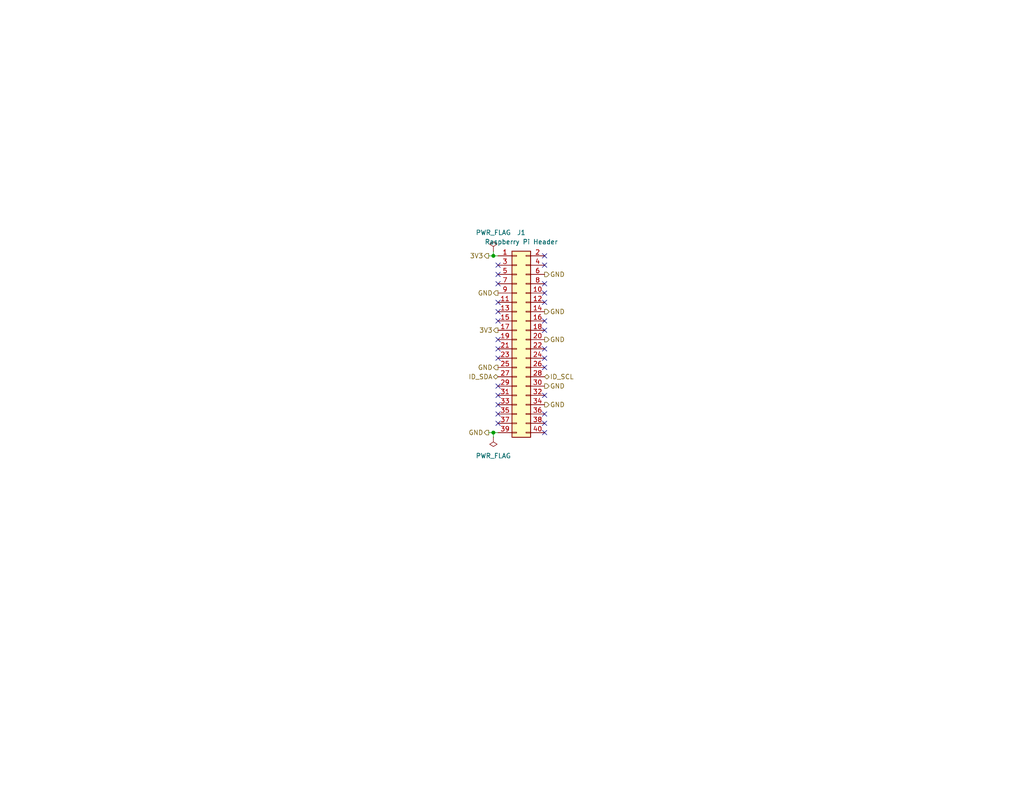
<source format=kicad_sch>
(kicad_sch (version 20250114) (generator "eeschema") (generator_version "9.0")
  (paper "A")
  (title_block (title "Raspberry Pi Header Setup") (date "2026-02-09") (rev "0"))
  (lib_symbols
    (symbol "Wsprry Pi µHAT+:Raspberry Pi Header" (pin_names (offset 1.016) (hide yes))
      (property "Reference" "J" (at 1.27 25.4 0))
      (property "Value" "Raspberry Pi Header" (at 1.27 -27.94 0))
      (symbol "Raspberry Pi Header_1_1"
        (rectangle (start -1.27 24.13) (end 3.81 -26.67) (stroke (width 0.254)) (fill (type background)))
        (rectangle (start -1.27 22.987) (end 0 22.733) (stroke (width 0.1524)))
        (rectangle (start -1.27 20.447) (end 0 20.193) (stroke (width 0.1524)))
        (rectangle (start -1.27 17.907) (end 0 17.653) (stroke (width 0.1524)))
        (rectangle (start -1.27 15.367) (end 0 15.113) (stroke (width 0.1524)))
        (rectangle (start -1.27 12.827) (end 0 12.573) (stroke (width 0.1524)))
        (rectangle (start -1.27 10.287) (end 0 10.033) (stroke (width 0.1524)))
        (rectangle (start -1.27 7.747) (end 0 7.493) (stroke (width 0.1524)))
        (rectangle (start -1.27 5.207) (end 0 4.953) (stroke (width 0.1524)))
        (rectangle (start -1.27 2.667) (end 0 2.413) (stroke (width 0.1524)))
        (rectangle (start -1.27 0.127) (end 0 -0.127) (stroke (width 0.1524)))
        (rectangle (start -1.27 -2.413) (end 0 -2.667) (stroke (width 0.1524)))
        (rectangle (start -1.27 -4.953) (end 0 -5.207) (stroke (width 0.1524)))
        (rectangle (start -1.27 -7.493) (end 0 -7.747) (stroke (width 0.1524)))
        (rectangle (start -1.27 -10.033) (end 0 -10.287) (stroke (width 0.1524)))
        (rectangle (start -1.27 -12.573) (end 0 -12.827) (stroke (width 0.1524)))
        (rectangle (start -1.27 -15.113) (end 0 -15.367) (stroke (width 0.1524)))
        (rectangle (start -1.27 -17.653) (end 0 -17.907) (stroke (width 0.1524)))
        (rectangle (start -1.27 -20.193) (end 0 -20.447) (stroke (width 0.1524)))
        (rectangle (start -1.27 -22.733) (end 0 -22.987) (stroke (width 0.1524)))
        (rectangle (start -1.27 -25.273) (end 0 -25.527) (stroke (width 0.1524)))
        (rectangle (start 3.81 22.987) (end 2.54 22.733) (stroke (width 0.1524)))
        (rectangle (start 3.81 20.447) (end 2.54 20.193) (stroke (width 0.1524)))
        (rectangle (start 3.81 17.907) (end 2.54 17.653) (stroke (width 0.1524)))
        (rectangle (start 3.81 15.367) (end 2.54 15.113) (stroke (width 0.1524)))
        (rectangle (start 3.81 12.827) (end 2.54 12.573) (stroke (width 0.1524)))
        (rectangle (start 3.81 10.287) (end 2.54 10.033) (stroke (width 0.1524)))
        (rectangle (start 3.81 7.747) (end 2.54 7.493) (stroke (width 0.1524)))
        (rectangle (start 3.81 5.207) (end 2.54 4.953) (stroke (width 0.1524)))
        (rectangle (start 3.81 2.667) (end 2.54 2.413) (stroke (width 0.1524)))
        (rectangle (start 3.81 0.127) (end 2.54 -0.127) (stroke (width 0.1524)))
        (rectangle (start 3.81 -2.413) (end 2.54 -2.667) (stroke (width 0.1524)))
        (rectangle (start 3.81 -4.953) (end 2.54 -5.207) (stroke (width 0.1524)))
        (rectangle (start 3.81 -7.493) (end 2.54 -7.747) (stroke (width 0.1524)))
        (rectangle (start 3.81 -10.033) (end 2.54 -10.287) (stroke (width 0.1524)))
        (rectangle (start 3.81 -12.573) (end 2.54 -12.827) (stroke (width 0.1524)))
        (rectangle (start 3.81 -15.113) (end 2.54 -15.367) (stroke (width 0.1524)))
        (rectangle (start 3.81 -17.653) (end 2.54 -17.907) (stroke (width 0.1524)))
        (rectangle (start 3.81 -20.193) (end 2.54 -20.447) (stroke (width 0.1524)))
        (rectangle (start 3.81 -22.733) (end 2.54 -22.987) (stroke (width 0.1524)))
        (rectangle (start 3.81 -25.273) (end 2.54 -25.527) (stroke (width 0.1524)))
        (pin passive line (at -5.08 22.86 0) (length 3.81) (name "3V3") (number "1"))
        (pin passive line (at -5.08 20.32 0) (length 3.81) (name "I2C1_SDA") (number "3"))
        (pin passive line (at -5.08 17.78 0) (length 3.81) (name "I2C1_SCL") (number "5"))
        (pin passive line (at -5.08 15.24 0) (length 3.81) (name "Pin_7") (number "7"))
        (pin passive line (at -5.08 12.7 0) (length 3.81) (name "GND") (number "9"))
        (pin passive line (at -5.08 10.16 0) (length 3.81) (name "GPIO17") (number "11"))
        (pin passive line (at -5.08 7.62 0) (length 3.81) (name "GPIO27") (number "13"))
        (pin passive line (at -5.08 5.08 0) (length 3.81) (name "GPIO22") (number "15"))
        (pin passive line (at -5.08 2.54 0) (length 3.81) (name "3V3") (number "17"))
        (pin passive line (at -5.08 0 0) (length 3.81) (name "GPIO10") (number "19"))
        (pin passive line (at -5.08 -2.54 0) (length 3.81) (name "GPIO9") (number "21"))
        (pin passive line (at -5.08 -5.08 0) (length 3.81) (name "GPIO11") (number "23"))
        (pin passive line (at -5.08 -7.62 0) (length 3.81) (name "GND") (number "25"))
        (pin passive line (at -5.08 -10.16 0) (length 3.81) (name "ID_SDA") (number "27"))
        (pin passive line (at -5.08 -12.7 0) (length 3.81) (name "GPIO5") (number "29"))
        (pin passive line (at -5.08 -15.24 0) (length 3.81) (name "GPIO6") (number "31"))
        (pin passive line (at -5.08 -17.78 0) (length 3.81) (name "GPIO13") (number "33"))
        (pin passive line (at -5.08 -20.32 0) (length 3.81) (name "GPIO19") (number "35"))
        (pin passive line (at -5.08 -22.86 0) (length 3.81) (name "GPIO26") (number "37"))
        (pin passive line (at -5.08 -25.4 0) (length 3.81) (name "GND") (number "39"))
        (pin passive line (at 7.62 22.86 180) (length 3.81) (name "5V") (number "2"))
        (pin passive line (at 7.62 20.32 180) (length 3.81) (name "5V") (number "4"))
        (pin passive line (at 7.62 17.78 180) (length 3.81) (name "GND") (number "6"))
        (pin passive line (at 7.62 15.24 180) (length 3.81) (name "GPIO14") (number "8"))
        (pin passive line (at 7.62 12.7 180) (length 3.81) (name "GPIO15") (number "10"))
        (pin passive line (at 7.62 10.16 180) (length 3.81) (name "GPIO18") (number "12"))
        (pin passive line (at 7.62 7.62 180) (length 3.81) (name "GND") (number "14"))
        (pin passive line (at 7.62 5.08 180) (length 3.81) (name "GPIO23") (number "16"))
        (pin passive line (at 7.62 2.54 180) (length 3.81) (name "GPIO24") (number "18"))
        (pin passive line (at 7.62 0 180) (length 3.81) (name "GND") (number "20"))
        (pin passive line (at 7.62 -2.54 180) (length 3.81) (name "GPIO25") (number "22"))
        (pin passive line (at 7.62 -5.08 180) (length 3.81) (name "GPIO8") (number "24"))
        (pin passive line (at 7.62 -7.62 180) (length 3.81) (name "GPIO7") (number "26"))
        (pin passive line (at 7.62 -10.16 180) (length 3.81) (name "ID_SCL") (number "28"))
        (pin passive line (at 7.62 -12.7 180) (length 3.81) (name "GND") (number "30"))
        (pin passive line (at 7.62 -15.24 180) (length 3.81) (name "GPIO12") (number "32"))
        (pin passive line (at 7.62 -17.78 180) (length 3.81) (name "GND") (number "34"))
        (pin passive line (at 7.62 -20.32 180) (length 3.81) (name "GPIO16") (number "36"))
        (pin passive line (at 7.62 -22.86 180) (length 3.81) (name "GPIO20") (number "38"))
        (pin passive line (at 7.62 -25.4 180) (length 3.81) (name "GPIO12") (number "40"))
      )
    )
    (symbol "power:PWR_FLAG" (power) (pin_numbers (hide yes)) (pin_names (offset 0) (hide yes))
      (property "Value" "PWR_FLAG" (at 0 3.81 0))
      (symbol "PWR_FLAG_0_0"
        (pin power_out line (at 0 0 90) (length 0) (name "~") (number "1"))
      )
      (symbol "PWR_FLAG_0_1"
        (polyline (pts (xy 0 0) (xy 0 1.27) (xy -1.016 1.905) (xy 0 2.54) (xy 1.016 1.905) (xy 0 1.27)))
      )
    )
  )
  (junction (at 134.62 69.85))
  (junction (at 134.62 118.11))
  (no_connect (at 135.89 87.63))
  (no_connect (at 135.89 107.95))
  (no_connect (at 135.89 82.55))
  (no_connect (at 148.59 87.63))
  (no_connect (at 135.89 85.09))
  (no_connect (at 135.89 115.57))
  (no_connect (at 135.89 77.47))
  (no_connect (at 148.59 80.01))
  (no_connect (at 148.59 107.95))
  (no_connect (at 148.59 69.85))
  (no_connect (at 148.59 100.33))
  (no_connect (at 148.59 95.25))
  (no_connect (at 135.89 95.25))
  (no_connect (at 135.89 74.93))
  (no_connect (at 148.59 115.57))
  (no_connect (at 148.59 77.47))
  (no_connect (at 148.59 82.55))
  (no_connect (at 135.89 105.41))
  (no_connect (at 148.59 113.03))
  (no_connect (at 135.89 92.71))
  (no_connect (at 135.89 113.03))
  (no_connect (at 148.59 90.17))
  (no_connect (at 148.59 72.39))
  (no_connect (at 148.59 118.11))
  (no_connect (at 135.89 72.39))
  (no_connect (at 148.59 97.79))
  (no_connect (at 135.89 97.79))
  (no_connect (at 135.89 110.49))
  (wire (pts (xy 134.62 69.85) (xy 135.89 69.85)))
  (wire (pts (xy 133.35 118.11) (xy 134.62 118.11)))
  (wire (pts (xy 134.62 68.58) (xy 134.62 69.85)))
  (wire (pts (xy 134.62 118.11) (xy 135.89 118.11)))
  (wire (pts (xy 133.35 69.85) (xy 134.62 69.85)))
  (wire (pts (xy 134.62 118.11) (xy 134.62 119.38)))
  (hierarchical_label "GND" (shape output) (at 148.59 105.41 0))
  (hierarchical_label "3V3" (shape output) (at 135.89 90.17 180))
  (hierarchical_label "GND" (shape output) (at 133.35 118.11 180))
  (hierarchical_label "GND" (shape output) (at 148.59 74.93 0))
  (hierarchical_label "GND" (shape output) (at 148.59 85.09 0))
  (hierarchical_label "GND" (shape output) (at 135.89 80.01 180))
  (hierarchical_label "GND" (shape output) (at 135.89 100.33 180))
  (hierarchical_label "ID_SCL" (shape bidirectional) (at 148.59 102.87 0))
  (hierarchical_label "GND" (shape output) (at 148.59 92.71 0))
  (hierarchical_label "3V3" (shape output) (at 133.35 69.85 180))
  (hierarchical_label "GND" (shape output) (at 148.59 110.49 0))
  (hierarchical_label "ID_SDA" (shape bidirectional) (at 135.89 102.87 180))
  (symbol (lib_id "power:PWR_FLAG") (at 134.62 68.58 0) (unit 1)
    (property "Reference" "#FLG01" (effects (hide yes)))
    (property "Value" "PWR_FLAG" (at 134.62 63.5 0))
    (property "Description" "Special symbol for telling ERC where power comes from" (effects (hide yes)))
  )
  (symbol (lib_id "Wsprry Pi µHAT+:Raspberry Pi Header") (at 140.97 92.71 0) (unit 1)
    (property "Reference" "J1" (at 142.24 63.5 0))
    (property "Value" "Raspberry Pi Header" (at 142.24 66.04 0))
    (property "Footprint" "Wsprry Pi µHAT+:PinSocket_2x20_P2.54mm_Vertical" (effects (hide yes)))
    (property "Description" "Generic connector, double row, 02x20, odd/even pin numbering scheme (row 1 odd numbers, row 2 even numbers), script generated (kicad-library-utils/schlib/autogen/connector/)" (effects (hide yes)))
  )
  (symbol (lib_id "power:PWR_FLAG") (at 134.62 119.38 180) (unit 1)
    (property "Reference" "#FLG02" (effects (hide yes)))
    (property "Value" "PWR_FLAG" (at 134.62 124.46 0))
    (property "Description" "Special symbol for telling ERC where power comes from" (effects (hide yes)))
  )
)
</source>
